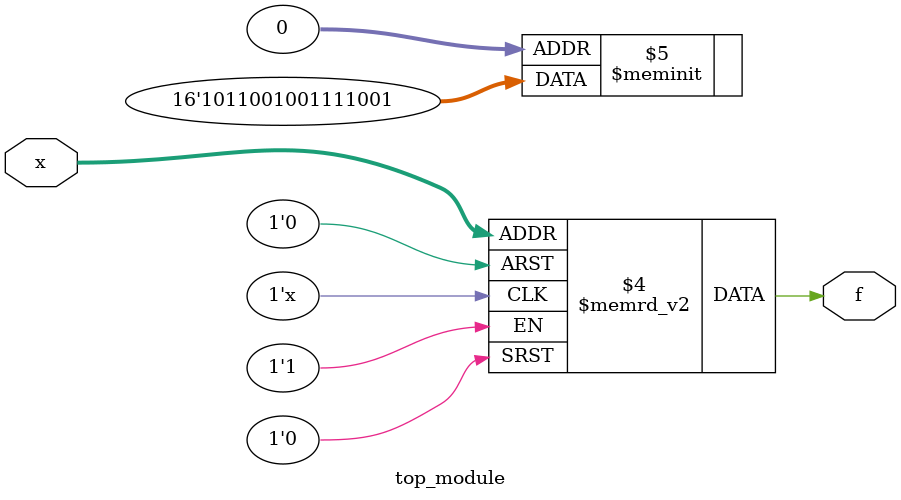
<source format=sv>
module top_module (
	input [4:1] x,
	output logic f
);

always_comb begin
	case (x)
		4'b0000: f = 1;
		4'b0001: f = 0;
		4'b0010: f = 0;
		4'b0011: f = 1;
		4'b0100: f = 1;
		4'b0101: f = 1;
		4'b0110: f = 1;
		4'b0111: f = 0;
		4'b1000: f = 0;
		4'b1001: f = 1;
		4'b1010: f = 0;
		4'b1011: f = 0;
		4'b1100: f = 1;
		4'b1101: f = 1;
		4'b1110: f = 0;
		4'b1111: f = 1;
		default: f = 0;
	endcase
end

endmodule

</source>
